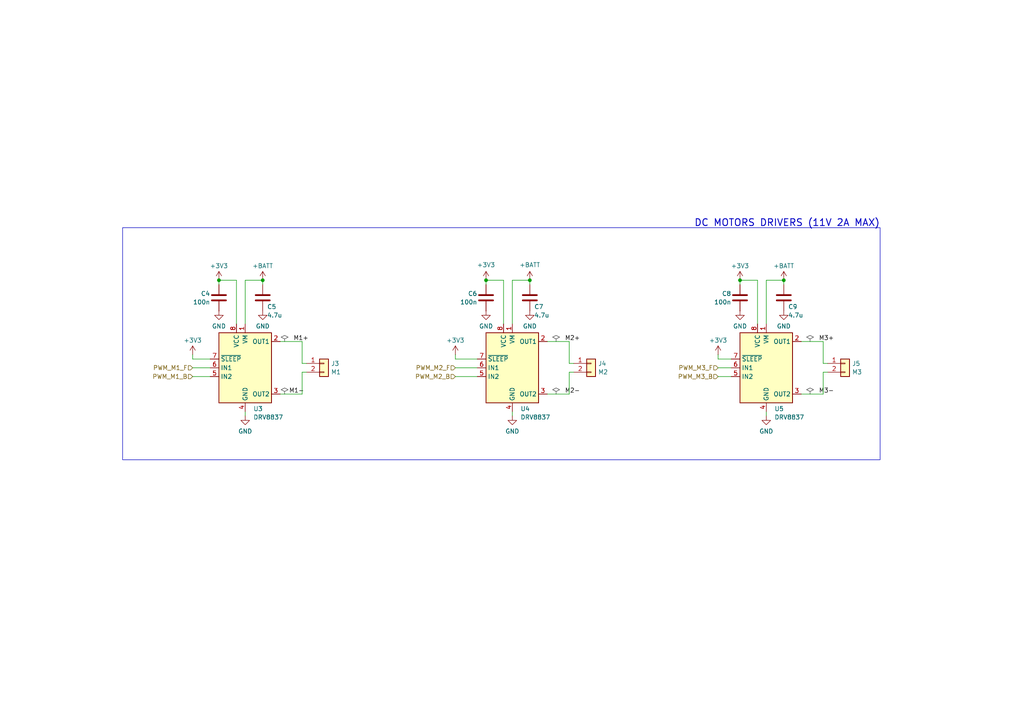
<source format=kicad_sch>
(kicad_sch
	(version 20250114)
	(generator "eeschema")
	(generator_version "9.0")
	(uuid "9b9fef97-8a68-498c-8ab7-d690fbe1632e")
	(paper "A4")
	(title_block
		(title "Ant Robot control board")
		(date "2025-05-05")
		(rev "2.0")
		(company "Filippo Castellan")
	)
	(lib_symbols
		(symbol "Connector_Generic:Conn_01x02"
			(pin_names
				(offset 1.016)
				(hide yes)
			)
			(exclude_from_sim no)
			(in_bom yes)
			(on_board yes)
			(property "Reference" "J"
				(at 0 2.54 0)
				(effects
					(font
						(size 1.27 1.27)
					)
				)
			)
			(property "Value" "Conn_01x02"
				(at 0 -5.08 0)
				(effects
					(font
						(size 1.27 1.27)
					)
				)
			)
			(property "Footprint" ""
				(at 0 0 0)
				(effects
					(font
						(size 1.27 1.27)
					)
					(hide yes)
				)
			)
			(property "Datasheet" "~"
				(at 0 0 0)
				(effects
					(font
						(size 1.27 1.27)
					)
					(hide yes)
				)
			)
			(property "Description" "Generic connector, single row, 01x02, script generated (kicad-library-utils/schlib/autogen/connector/)"
				(at 0 0 0)
				(effects
					(font
						(size 1.27 1.27)
					)
					(hide yes)
				)
			)
			(property "ki_keywords" "connector"
				(at 0 0 0)
				(effects
					(font
						(size 1.27 1.27)
					)
					(hide yes)
				)
			)
			(property "ki_fp_filters" "Connector*:*_1x??_*"
				(at 0 0 0)
				(effects
					(font
						(size 1.27 1.27)
					)
					(hide yes)
				)
			)
			(symbol "Conn_01x02_1_1"
				(rectangle
					(start -1.27 1.27)
					(end 1.27 -3.81)
					(stroke
						(width 0.254)
						(type default)
					)
					(fill
						(type background)
					)
				)
				(rectangle
					(start -1.27 0.127)
					(end 0 -0.127)
					(stroke
						(width 0.1524)
						(type default)
					)
					(fill
						(type none)
					)
				)
				(rectangle
					(start -1.27 -2.413)
					(end 0 -2.667)
					(stroke
						(width 0.1524)
						(type default)
					)
					(fill
						(type none)
					)
				)
				(pin passive line
					(at -5.08 0 0)
					(length 3.81)
					(name "Pin_1"
						(effects
							(font
								(size 1.27 1.27)
							)
						)
					)
					(number "1"
						(effects
							(font
								(size 1.27 1.27)
							)
						)
					)
				)
				(pin passive line
					(at -5.08 -2.54 0)
					(length 3.81)
					(name "Pin_2"
						(effects
							(font
								(size 1.27 1.27)
							)
						)
					)
					(number "2"
						(effects
							(font
								(size 1.27 1.27)
							)
						)
					)
				)
			)
			(embedded_fonts no)
		)
		(symbol "Device:C"
			(pin_numbers
				(hide yes)
			)
			(pin_names
				(offset 0.254)
			)
			(exclude_from_sim no)
			(in_bom yes)
			(on_board yes)
			(property "Reference" "C"
				(at 0.635 2.54 0)
				(effects
					(font
						(size 1.27 1.27)
					)
					(justify left)
				)
			)
			(property "Value" "C"
				(at 0.635 -2.54 0)
				(effects
					(font
						(size 1.27 1.27)
					)
					(justify left)
				)
			)
			(property "Footprint" ""
				(at 0.9652 -3.81 0)
				(effects
					(font
						(size 1.27 1.27)
					)
					(hide yes)
				)
			)
			(property "Datasheet" "~"
				(at 0 0 0)
				(effects
					(font
						(size 1.27 1.27)
					)
					(hide yes)
				)
			)
			(property "Description" "Unpolarized capacitor"
				(at 0 0 0)
				(effects
					(font
						(size 1.27 1.27)
					)
					(hide yes)
				)
			)
			(property "ki_keywords" "cap capacitor"
				(at 0 0 0)
				(effects
					(font
						(size 1.27 1.27)
					)
					(hide yes)
				)
			)
			(property "ki_fp_filters" "C_*"
				(at 0 0 0)
				(effects
					(font
						(size 1.27 1.27)
					)
					(hide yes)
				)
			)
			(symbol "C_0_1"
				(polyline
					(pts
						(xy -2.032 0.762) (xy 2.032 0.762)
					)
					(stroke
						(width 0.508)
						(type default)
					)
					(fill
						(type none)
					)
				)
				(polyline
					(pts
						(xy -2.032 -0.762) (xy 2.032 -0.762)
					)
					(stroke
						(width 0.508)
						(type default)
					)
					(fill
						(type none)
					)
				)
			)
			(symbol "C_1_1"
				(pin passive line
					(at 0 3.81 270)
					(length 2.794)
					(name "~"
						(effects
							(font
								(size 1.27 1.27)
							)
						)
					)
					(number "1"
						(effects
							(font
								(size 1.27 1.27)
							)
						)
					)
				)
				(pin passive line
					(at 0 -3.81 90)
					(length 2.794)
					(name "~"
						(effects
							(font
								(size 1.27 1.27)
							)
						)
					)
					(number "2"
						(effects
							(font
								(size 1.27 1.27)
							)
						)
					)
				)
			)
			(embedded_fonts no)
		)
		(symbol "Driver_Motor:DRV8837"
			(exclude_from_sim no)
			(in_bom yes)
			(on_board yes)
			(property "Reference" "U"
				(at 6.35 11.43 0)
				(effects
					(font
						(size 1.27 1.27)
					)
				)
			)
			(property "Value" "DRV8837"
				(at -10.16 11.43 0)
				(effects
					(font
						(size 1.27 1.27)
					)
				)
			)
			(property "Footprint" "Package_SON:WSON-8-1EP_2x2mm_P0.5mm_EP0.9x1.6mm"
				(at 0 -21.59 0)
				(effects
					(font
						(size 1.27 1.27)
					)
					(hide yes)
				)
			)
			(property "Datasheet" "http://www.ti.com/lit/ds/symlink/drv8837.pdf"
				(at 0 0 0)
				(effects
					(font
						(size 1.27 1.27)
					)
					(hide yes)
				)
			)
			(property "Description" "H-Bridge driver, 1.8A, Low Voltage, PWM input, WSON-8"
				(at 0 0 0)
				(effects
					(font
						(size 1.27 1.27)
					)
					(hide yes)
				)
			)
			(property "ki_keywords" "half bridge driver"
				(at 0 0 0)
				(effects
					(font
						(size 1.27 1.27)
					)
					(hide yes)
				)
			)
			(property "ki_fp_filters" "WSON*1EP*2x2mm*P0.5mm*"
				(at 0 0 0)
				(effects
					(font
						(size 1.27 1.27)
					)
					(hide yes)
				)
			)
			(symbol "DRV8837_0_1"
				(rectangle
					(start -7.62 10.16)
					(end 7.62 -10.16)
					(stroke
						(width 0.254)
						(type default)
					)
					(fill
						(type background)
					)
				)
			)
			(symbol "DRV8837_1_1"
				(pin input line
					(at -10.16 2.54 0)
					(length 2.54)
					(name "~{SLEEP}"
						(effects
							(font
								(size 1.27 1.27)
							)
						)
					)
					(number "7"
						(effects
							(font
								(size 1.27 1.27)
							)
						)
					)
				)
				(pin input line
					(at -10.16 0 0)
					(length 2.54)
					(name "IN1"
						(effects
							(font
								(size 1.27 1.27)
							)
						)
					)
					(number "6"
						(effects
							(font
								(size 1.27 1.27)
							)
						)
					)
				)
				(pin input line
					(at -10.16 -2.54 0)
					(length 2.54)
					(name "IN2"
						(effects
							(font
								(size 1.27 1.27)
							)
						)
					)
					(number "5"
						(effects
							(font
								(size 1.27 1.27)
							)
						)
					)
				)
				(pin power_in line
					(at -2.54 12.7 270)
					(length 2.54)
					(name "VCC"
						(effects
							(font
								(size 1.27 1.27)
							)
						)
					)
					(number "8"
						(effects
							(font
								(size 1.27 1.27)
							)
						)
					)
				)
				(pin power_in line
					(at 0 12.7 270)
					(length 2.54)
					(name "VM"
						(effects
							(font
								(size 1.27 1.27)
							)
						)
					)
					(number "1"
						(effects
							(font
								(size 1.27 1.27)
							)
						)
					)
				)
				(pin power_in line
					(at 0 -12.7 90)
					(length 2.54)
					(name "GND"
						(effects
							(font
								(size 1.27 1.27)
							)
						)
					)
					(number "4"
						(effects
							(font
								(size 1.27 1.27)
							)
						)
					)
				)
				(pin passive line
					(at 0 -12.7 90)
					(length 2.54)
					(hide yes)
					(name "GND"
						(effects
							(font
								(size 1.27 1.27)
							)
						)
					)
					(number "9"
						(effects
							(font
								(size 1.27 1.27)
							)
						)
					)
				)
				(pin output line
					(at 10.16 7.62 180)
					(length 2.54)
					(name "OUT1"
						(effects
							(font
								(size 1.27 1.27)
							)
						)
					)
					(number "2"
						(effects
							(font
								(size 1.27 1.27)
							)
						)
					)
				)
				(pin output line
					(at 10.16 -7.62 180)
					(length 2.54)
					(name "OUT2"
						(effects
							(font
								(size 1.27 1.27)
							)
						)
					)
					(number "3"
						(effects
							(font
								(size 1.27 1.27)
							)
						)
					)
				)
			)
			(embedded_fonts no)
		)
		(symbol "power:+3V3"
			(power)
			(pin_numbers
				(hide yes)
			)
			(pin_names
				(offset 0)
				(hide yes)
			)
			(exclude_from_sim no)
			(in_bom yes)
			(on_board yes)
			(property "Reference" "#PWR"
				(at 0 -3.81 0)
				(effects
					(font
						(size 1.27 1.27)
					)
					(hide yes)
				)
			)
			(property "Value" "+3V3"
				(at 0 3.556 0)
				(effects
					(font
						(size 1.27 1.27)
					)
				)
			)
			(property "Footprint" ""
				(at 0 0 0)
				(effects
					(font
						(size 1.27 1.27)
					)
					(hide yes)
				)
			)
			(property "Datasheet" ""
				(at 0 0 0)
				(effects
					(font
						(size 1.27 1.27)
					)
					(hide yes)
				)
			)
			(property "Description" "Power symbol creates a global label with name \"+3V3\""
				(at 0 0 0)
				(effects
					(font
						(size 1.27 1.27)
					)
					(hide yes)
				)
			)
			(property "ki_keywords" "global power"
				(at 0 0 0)
				(effects
					(font
						(size 1.27 1.27)
					)
					(hide yes)
				)
			)
			(symbol "+3V3_0_1"
				(polyline
					(pts
						(xy -0.762 1.27) (xy 0 2.54)
					)
					(stroke
						(width 0)
						(type default)
					)
					(fill
						(type none)
					)
				)
				(polyline
					(pts
						(xy 0 2.54) (xy 0.762 1.27)
					)
					(stroke
						(width 0)
						(type default)
					)
					(fill
						(type none)
					)
				)
				(polyline
					(pts
						(xy 0 0) (xy 0 2.54)
					)
					(stroke
						(width 0)
						(type default)
					)
					(fill
						(type none)
					)
				)
			)
			(symbol "+3V3_1_1"
				(pin power_in line
					(at 0 0 90)
					(length 0)
					(name "~"
						(effects
							(font
								(size 1.27 1.27)
							)
						)
					)
					(number "1"
						(effects
							(font
								(size 1.27 1.27)
							)
						)
					)
				)
			)
			(embedded_fonts no)
		)
		(symbol "power:+BATT"
			(power)
			(pin_numbers
				(hide yes)
			)
			(pin_names
				(offset 0)
				(hide yes)
			)
			(exclude_from_sim no)
			(in_bom yes)
			(on_board yes)
			(property "Reference" "#PWR"
				(at 0 -3.81 0)
				(effects
					(font
						(size 1.27 1.27)
					)
					(hide yes)
				)
			)
			(property "Value" "+BATT"
				(at 0 3.556 0)
				(effects
					(font
						(size 1.27 1.27)
					)
				)
			)
			(property "Footprint" ""
				(at 0 0 0)
				(effects
					(font
						(size 1.27 1.27)
					)
					(hide yes)
				)
			)
			(property "Datasheet" ""
				(at 0 0 0)
				(effects
					(font
						(size 1.27 1.27)
					)
					(hide yes)
				)
			)
			(property "Description" "Power symbol creates a global label with name \"+BATT\""
				(at 0 0 0)
				(effects
					(font
						(size 1.27 1.27)
					)
					(hide yes)
				)
			)
			(property "ki_keywords" "global power battery"
				(at 0 0 0)
				(effects
					(font
						(size 1.27 1.27)
					)
					(hide yes)
				)
			)
			(symbol "+BATT_0_1"
				(polyline
					(pts
						(xy -0.762 1.27) (xy 0 2.54)
					)
					(stroke
						(width 0)
						(type default)
					)
					(fill
						(type none)
					)
				)
				(polyline
					(pts
						(xy 0 2.54) (xy 0.762 1.27)
					)
					(stroke
						(width 0)
						(type default)
					)
					(fill
						(type none)
					)
				)
				(polyline
					(pts
						(xy 0 0) (xy 0 2.54)
					)
					(stroke
						(width 0)
						(type default)
					)
					(fill
						(type none)
					)
				)
			)
			(symbol "+BATT_1_1"
				(pin power_in line
					(at 0 0 90)
					(length 0)
					(name "~"
						(effects
							(font
								(size 1.27 1.27)
							)
						)
					)
					(number "1"
						(effects
							(font
								(size 1.27 1.27)
							)
						)
					)
				)
			)
			(embedded_fonts no)
		)
		(symbol "power:GND"
			(power)
			(pin_numbers
				(hide yes)
			)
			(pin_names
				(offset 0)
				(hide yes)
			)
			(exclude_from_sim no)
			(in_bom yes)
			(on_board yes)
			(property "Reference" "#PWR"
				(at 0 -6.35 0)
				(effects
					(font
						(size 1.27 1.27)
					)
					(hide yes)
				)
			)
			(property "Value" "GND"
				(at 0 -3.81 0)
				(effects
					(font
						(size 1.27 1.27)
					)
				)
			)
			(property "Footprint" ""
				(at 0 0 0)
				(effects
					(font
						(size 1.27 1.27)
					)
					(hide yes)
				)
			)
			(property "Datasheet" ""
				(at 0 0 0)
				(effects
					(font
						(size 1.27 1.27)
					)
					(hide yes)
				)
			)
			(property "Description" "Power symbol creates a global label with name \"GND\" , ground"
				(at 0 0 0)
				(effects
					(font
						(size 1.27 1.27)
					)
					(hide yes)
				)
			)
			(property "ki_keywords" "global power"
				(at 0 0 0)
				(effects
					(font
						(size 1.27 1.27)
					)
					(hide yes)
				)
			)
			(symbol "GND_0_1"
				(polyline
					(pts
						(xy 0 0) (xy 0 -1.27) (xy 1.27 -1.27) (xy 0 -2.54) (xy -1.27 -1.27) (xy 0 -1.27)
					)
					(stroke
						(width 0)
						(type default)
					)
					(fill
						(type none)
					)
				)
			)
			(symbol "GND_1_1"
				(pin power_in line
					(at 0 0 270)
					(length 0)
					(name "~"
						(effects
							(font
								(size 1.27 1.27)
							)
						)
					)
					(number "1"
						(effects
							(font
								(size 1.27 1.27)
							)
						)
					)
				)
			)
			(embedded_fonts no)
		)
	)
	(rectangle
		(start 35.56 66.04)
		(end 255.27 133.35)
		(stroke
			(width 0)
			(type default)
		)
		(fill
			(type none)
		)
		(uuid 1fcbfaa0-4183-4ca6-9d53-956dd9f88c2a)
	)
	(text "DC MOTORS DRIVERS (11V 2A MAX)"
		(exclude_from_sim no)
		(at 255.27 64.77 0)
		(effects
			(font
				(size 2 2)
				(thickness 0.254)
				(bold yes)
			)
			(justify right)
		)
		(uuid "f6b73229-7ded-4359-b5f2-d15a5271fcc9")
	)
	(junction
		(at 63.5 81.28)
		(diameter 0)
		(color 0 0 0 0)
		(uuid "128c0116-f9a9-4d1c-84d3-79b15a08ac45")
	)
	(junction
		(at 140.97 81.28)
		(diameter 0)
		(color 0 0 0 0)
		(uuid "3fb3d899-6407-4ea6-a142-55a61776fcd8")
	)
	(junction
		(at 153.67 81.28)
		(diameter 0)
		(color 0 0 0 0)
		(uuid "6246b52e-95a8-4d00-b6c7-d686f9a1db7d")
	)
	(junction
		(at 76.2 81.28)
		(diameter 0)
		(color 0 0 0 0)
		(uuid "773dc1de-0a59-4385-884e-a20803f210af")
	)
	(junction
		(at 227.33 81.28)
		(diameter 0)
		(color 0 0 0 0)
		(uuid "91ea9a40-a9db-4940-9178-a39ef6116208")
	)
	(junction
		(at 214.63 81.28)
		(diameter 0)
		(color 0 0 0 0)
		(uuid "e563832e-b999-4057-8f60-5bf2272c1022")
	)
	(wire
		(pts
			(xy 222.25 119.38) (xy 222.25 120.65)
		)
		(stroke
			(width 0)
			(type default)
		)
		(uuid "045239c7-65eb-436c-82d7-e411cfd99b5b")
	)
	(wire
		(pts
			(xy 146.05 81.28) (xy 140.97 81.28)
		)
		(stroke
			(width 0)
			(type default)
		)
		(uuid "0a2ca46b-a4e5-44be-94b0-6df0761c6652")
	)
	(wire
		(pts
			(xy 153.67 81.28) (xy 148.59 81.28)
		)
		(stroke
			(width 0)
			(type default)
		)
		(uuid "0db034ad-f9b0-47e8-9839-f4d1a4a89cc4")
	)
	(wire
		(pts
			(xy 158.75 114.3) (xy 165.1 114.3)
		)
		(stroke
			(width 0)
			(type default)
		)
		(uuid "0f66f2e1-66cb-4d9d-974a-5dc90cf1e132")
	)
	(wire
		(pts
			(xy 208.28 109.22) (xy 212.09 109.22)
		)
		(stroke
			(width 0)
			(type default)
		)
		(uuid "15af2366-cffd-435b-97df-748344fdb427")
	)
	(wire
		(pts
			(xy 158.75 99.06) (xy 165.1 99.06)
		)
		(stroke
			(width 0)
			(type default)
		)
		(uuid "1693b254-6bc6-4d40-881f-21538b7aafc9")
	)
	(wire
		(pts
			(xy 148.59 81.28) (xy 148.59 93.98)
		)
		(stroke
			(width 0)
			(type default)
		)
		(uuid "1c825311-bea8-48ec-a2ae-f60e730d42f8")
	)
	(wire
		(pts
			(xy 71.12 119.38) (xy 71.12 120.65)
		)
		(stroke
			(width 0)
			(type default)
		)
		(uuid "271502d9-d8a0-4c15-abb7-b88efb3a4ef3")
	)
	(wire
		(pts
			(xy 232.41 99.06) (xy 238.76 99.06)
		)
		(stroke
			(width 0)
			(type default)
		)
		(uuid "30a37216-33db-4ece-a859-ac7e1f2c4989")
	)
	(wire
		(pts
			(xy 146.05 93.98) (xy 146.05 81.28)
		)
		(stroke
			(width 0)
			(type default)
		)
		(uuid "3794175d-9030-4a2e-b1e1-d8fa6098fba8")
	)
	(wire
		(pts
			(xy 81.28 99.06) (xy 87.63 99.06)
		)
		(stroke
			(width 0)
			(type default)
		)
		(uuid "3d5bbbbd-6293-47cb-9520-21261e231045")
	)
	(wire
		(pts
			(xy 208.28 106.68) (xy 212.09 106.68)
		)
		(stroke
			(width 0)
			(type default)
		)
		(uuid "4078774c-adc6-4923-91f1-2bd18a2b754f")
	)
	(wire
		(pts
			(xy 76.2 81.28) (xy 71.12 81.28)
		)
		(stroke
			(width 0)
			(type default)
		)
		(uuid "4c522061-f41e-44e5-ba9c-9f48f4375e54")
	)
	(wire
		(pts
			(xy 165.1 105.41) (xy 166.37 105.41)
		)
		(stroke
			(width 0)
			(type default)
		)
		(uuid "4eed3104-d716-4b8e-bca1-76c4167db3b1")
	)
	(wire
		(pts
			(xy 81.28 114.3) (xy 87.63 114.3)
		)
		(stroke
			(width 0)
			(type default)
		)
		(uuid "55cca865-c17b-4f2c-8656-5b3622f07c9f")
	)
	(wire
		(pts
			(xy 208.28 104.14) (xy 212.09 104.14)
		)
		(stroke
			(width 0)
			(type default)
		)
		(uuid "56843e6f-05e6-4bfb-a37e-6d7fcb422723")
	)
	(wire
		(pts
			(xy 140.97 81.28) (xy 140.97 82.55)
		)
		(stroke
			(width 0)
			(type default)
		)
		(uuid "573eb63b-9ea4-43fb-ad9f-009bf6e924d4")
	)
	(wire
		(pts
			(xy 227.33 81.28) (xy 227.33 82.55)
		)
		(stroke
			(width 0)
			(type default)
		)
		(uuid "5a3b542f-b737-4cd6-be1c-2d438b9943ad")
	)
	(wire
		(pts
			(xy 165.1 99.06) (xy 165.1 105.41)
		)
		(stroke
			(width 0)
			(type default)
		)
		(uuid "5de20a07-6ea6-4f38-8137-fdfcc86d911d")
	)
	(wire
		(pts
			(xy 132.08 104.14) (xy 138.43 104.14)
		)
		(stroke
			(width 0)
			(type default)
		)
		(uuid "6005a9bf-2b3e-4f70-9bb2-1d4a133ac20d")
	)
	(wire
		(pts
			(xy 208.28 102.87) (xy 208.28 104.14)
		)
		(stroke
			(width 0)
			(type default)
		)
		(uuid "65ef1c03-a1e2-4cd4-9f19-8417f76bfb96")
	)
	(wire
		(pts
			(xy 87.63 107.95) (xy 87.63 114.3)
		)
		(stroke
			(width 0)
			(type default)
		)
		(uuid "74366c18-022a-4cf9-9c34-47dc77ed6c1b")
	)
	(wire
		(pts
			(xy 240.03 107.95) (xy 238.76 107.95)
		)
		(stroke
			(width 0)
			(type default)
		)
		(uuid "7c0bd7de-4dce-4eb6-98a0-8893cbac7956")
	)
	(wire
		(pts
			(xy 214.63 81.28) (xy 214.63 82.55)
		)
		(stroke
			(width 0)
			(type default)
		)
		(uuid "8a72f758-b3d3-48d0-a89a-a344b9b52092")
	)
	(wire
		(pts
			(xy 87.63 105.41) (xy 88.9 105.41)
		)
		(stroke
			(width 0)
			(type default)
		)
		(uuid "8d5c6c49-d283-4d14-8e93-58a50850ee6a")
	)
	(wire
		(pts
			(xy 232.41 114.3) (xy 238.76 114.3)
		)
		(stroke
			(width 0)
			(type default)
		)
		(uuid "8ddcd6c9-186c-4715-b291-2d8958f3265f")
	)
	(wire
		(pts
			(xy 238.76 99.06) (xy 238.76 105.41)
		)
		(stroke
			(width 0)
			(type default)
		)
		(uuid "8e14919d-672a-4a98-a1ce-f5311261806d")
	)
	(wire
		(pts
			(xy 76.2 81.28) (xy 76.2 82.55)
		)
		(stroke
			(width 0)
			(type default)
		)
		(uuid "9304fc57-ca53-4d5a-a304-d48404452137")
	)
	(wire
		(pts
			(xy 227.33 81.28) (xy 222.25 81.28)
		)
		(stroke
			(width 0)
			(type default)
		)
		(uuid "962986f0-fc68-477d-9614-f86fe8188fb6")
	)
	(wire
		(pts
			(xy 88.9 107.95) (xy 87.63 107.95)
		)
		(stroke
			(width 0)
			(type default)
		)
		(uuid "a78725e3-9eee-43a9-ab7a-52fca3c59824")
	)
	(wire
		(pts
			(xy 55.88 102.87) (xy 55.88 104.14)
		)
		(stroke
			(width 0)
			(type default)
		)
		(uuid "ac533bb8-79cf-4c13-aa05-077a3a35089f")
	)
	(wire
		(pts
			(xy 71.12 81.28) (xy 71.12 93.98)
		)
		(stroke
			(width 0)
			(type default)
		)
		(uuid "ae5b6f03-1f77-436e-9471-84ab083d8c92")
	)
	(wire
		(pts
			(xy 238.76 107.95) (xy 238.76 114.3)
		)
		(stroke
			(width 0)
			(type default)
		)
		(uuid "af14caff-89d3-47a9-995c-7ca9e6970fa4")
	)
	(wire
		(pts
			(xy 55.88 106.68) (xy 60.96 106.68)
		)
		(stroke
			(width 0)
			(type default)
		)
		(uuid "b718214b-6a4f-4eb9-8797-d96704b9dc38")
	)
	(wire
		(pts
			(xy 148.59 119.38) (xy 148.59 120.65)
		)
		(stroke
			(width 0)
			(type default)
		)
		(uuid "b85e3f0d-387c-4bb0-ad60-5311d75430d2")
	)
	(wire
		(pts
			(xy 238.76 105.41) (xy 240.03 105.41)
		)
		(stroke
			(width 0)
			(type default)
		)
		(uuid "b9b5dbbd-a136-4648-8ffa-d0dcd8c4a603")
	)
	(wire
		(pts
			(xy 68.58 93.98) (xy 68.58 81.28)
		)
		(stroke
			(width 0)
			(type default)
		)
		(uuid "ba8f5563-7f82-4cd1-a77b-0ce23d7f615b")
	)
	(wire
		(pts
			(xy 219.71 93.98) (xy 219.71 81.28)
		)
		(stroke
			(width 0)
			(type default)
		)
		(uuid "bc659528-ad55-4e78-bbf3-028a2679d472")
	)
	(wire
		(pts
			(xy 55.88 109.22) (xy 60.96 109.22)
		)
		(stroke
			(width 0)
			(type default)
		)
		(uuid "bcb4823a-b85b-4646-b2af-1970c4b37d72")
	)
	(wire
		(pts
			(xy 165.1 107.95) (xy 165.1 114.3)
		)
		(stroke
			(width 0)
			(type default)
		)
		(uuid "c323f5a2-4f21-4c26-a7e1-1085804b97cf")
	)
	(wire
		(pts
			(xy 55.88 104.14) (xy 60.96 104.14)
		)
		(stroke
			(width 0)
			(type default)
		)
		(uuid "ca5811c9-efef-41b7-af09-8b1c4fc4db4a")
	)
	(wire
		(pts
			(xy 222.25 81.28) (xy 222.25 93.98)
		)
		(stroke
			(width 0)
			(type default)
		)
		(uuid "ca7de2fd-d25e-4ed6-a064-ec4d6c99be6a")
	)
	(wire
		(pts
			(xy 219.71 81.28) (xy 214.63 81.28)
		)
		(stroke
			(width 0)
			(type default)
		)
		(uuid "d75b2a4d-96d8-4f1f-b4fb-74d1d26a9ee4")
	)
	(wire
		(pts
			(xy 87.63 99.06) (xy 87.63 105.41)
		)
		(stroke
			(width 0)
			(type default)
		)
		(uuid "dcb01105-b9b0-4498-9316-0c20f8c645d7")
	)
	(wire
		(pts
			(xy 132.08 106.68) (xy 138.43 106.68)
		)
		(stroke
			(width 0)
			(type default)
		)
		(uuid "dcf20e75-a3d8-45c2-92b2-338e46a5aaad")
	)
	(wire
		(pts
			(xy 68.58 81.28) (xy 63.5 81.28)
		)
		(stroke
			(width 0)
			(type default)
		)
		(uuid "dd66f998-e6a6-40dc-b85d-9291d0bb7127")
	)
	(wire
		(pts
			(xy 153.67 81.28) (xy 153.67 82.55)
		)
		(stroke
			(width 0)
			(type default)
		)
		(uuid "df0cd776-de5e-417f-b67d-361506b683e3")
	)
	(wire
		(pts
			(xy 132.08 109.22) (xy 138.43 109.22)
		)
		(stroke
			(width 0)
			(type default)
		)
		(uuid "e39e6f73-ed0d-4040-b698-51241a7cfa0f")
	)
	(wire
		(pts
			(xy 166.37 107.95) (xy 165.1 107.95)
		)
		(stroke
			(width 0)
			(type default)
		)
		(uuid "f46caa10-1149-487f-8426-631c10bb62d8")
	)
	(wire
		(pts
			(xy 63.5 81.28) (xy 63.5 82.55)
		)
		(stroke
			(width 0)
			(type default)
		)
		(uuid "f957a5e0-f433-4dce-9fff-a9fd4b4464aa")
	)
	(wire
		(pts
			(xy 132.08 102.87) (xy 132.08 104.14)
		)
		(stroke
			(width 0)
			(type default)
		)
		(uuid "fdbf962b-84f0-46c4-a67e-8c369f0f6acd")
	)
	(label "M3-"
		(at 237.49 114.3 0)
		(effects
			(font
				(size 1.27 1.27)
			)
			(justify left bottom)
		)
		(uuid "3a9fe76e-f82d-4858-a6ec-ca9a80638f44")
	)
	(label "M2-"
		(at 163.83 114.3 0)
		(effects
			(font
				(size 1.27 1.27)
			)
			(justify left bottom)
		)
		(uuid "650c8562-c408-4171-bccd-3676496d31f9")
	)
	(label "M1+"
		(at 85.09 99.06 0)
		(effects
			(font
				(size 1.27 1.27)
			)
			(justify left bottom)
		)
		(uuid "945550da-e79a-4f9a-89dd-198bbbb5003b")
	)
	(label "M1-"
		(at 83.82 114.3 0)
		(effects
			(font
				(size 1.27 1.27)
			)
			(justify left bottom)
		)
		(uuid "debaf75b-9ed5-4440-b926-533fbe3710d2")
	)
	(label "M3+"
		(at 237.49 99.06 0)
		(effects
			(font
				(size 1.27 1.27)
			)
			(justify left bottom)
		)
		(uuid "f1d3c521-6ef6-400e-acc9-252bbd2a0c80")
	)
	(label "M2+"
		(at 163.83 99.06 0)
		(effects
			(font
				(size 1.27 1.27)
			)
			(justify left bottom)
		)
		(uuid "f9d5a8d8-e125-40f4-936c-38e50a0f5320")
	)
	(hierarchical_label "PWM_M3_F"
		(shape input)
		(at 208.28 106.68 180)
		(effects
			(font
				(size 1.27 1.27)
			)
			(justify right)
		)
		(uuid "11e41083-f238-43f1-89e5-43929e8508b6")
	)
	(hierarchical_label "PWM_M1_B"
		(shape input)
		(at 55.88 109.22 180)
		(effects
			(font
				(size 1.27 1.27)
			)
			(justify right)
		)
		(uuid "17b4aa86-c096-4712-8173-6f18fb2ddaed")
	)
	(hierarchical_label "PWM_M2_B"
		(shape input)
		(at 132.08 109.22 180)
		(effects
			(font
				(size 1.27 1.27)
			)
			(justify right)
		)
		(uuid "1befc263-a798-457b-bc89-e10d7eb54ccd")
	)
	(hierarchical_label "PWM_M2_F"
		(shape input)
		(at 132.08 106.68 180)
		(effects
			(font
				(size 1.27 1.27)
			)
			(justify right)
		)
		(uuid "3be22527-fcd1-491b-8d11-c1972d2578bb")
	)
	(hierarchical_label "PWM_M1_F"
		(shape input)
		(at 55.88 106.68 180)
		(effects
			(font
				(size 1.27 1.27)
			)
			(justify right)
		)
		(uuid "dc71f0c8-fd0e-46bc-9547-f4933097089f")
	)
	(hierarchical_label "PWM_M3_B"
		(shape input)
		(at 208.28 109.22 180)
		(effects
			(font
				(size 1.27 1.27)
			)
			(justify right)
		)
		(uuid "ed46b55e-aecb-4894-95aa-7eaf04e5ed8d")
	)
	(netclass_flag ""
		(length 1.27)
		(shape diamond)
		(at 82.55 114.3 0)
		(fields_autoplaced yes)
		(effects
			(font
				(size 1.27 1.27)
			)
			(justify left bottom)
		)
		(uuid "185eb451-1741-4bed-a7e9-4a3e489a4a8c")
		(property "Netclass" "Power"
			(at 83.7565 113.03 0)
			(effects
				(font
					(size 1.27 1.27)
					(italic yes)
				)
				(justify left)
				(hide yes)
			)
		)
	)
	(netclass_flag ""
		(length 1.27)
		(shape diamond)
		(at 234.95 114.3 0)
		(fields_autoplaced yes)
		(effects
			(font
				(size 1.27 1.27)
			)
			(justify left bottom)
		)
		(uuid "1f900cea-e272-4d8f-859e-56ac56ca806c")
		(property "Netclass" "Power"
			(at 236.1565 113.03 0)
			(effects
				(font
					(size 1.27 1.27)
					(italic yes)
				)
				(justify left)
				(hide yes)
			)
		)
	)
	(netclass_flag ""
		(length 1.27)
		(shape diamond)
		(at 234.95 99.06 0)
		(fields_autoplaced yes)
		(effects
			(font
				(size 1.27 1.27)
			)
			(justify left bottom)
		)
		(uuid "6d39c119-a309-442c-a5d6-ceef4aa16fab")
		(property "Netclass" "Power"
			(at 236.1565 97.79 0)
			(effects
				(font
					(size 1.27 1.27)
					(italic yes)
				)
				(justify left)
				(hide yes)
			)
		)
	)
	(netclass_flag ""
		(length 1.27)
		(shape diamond)
		(at 161.29 99.06 0)
		(fields_autoplaced yes)
		(effects
			(font
				(size 1.27 1.27)
			)
			(justify left bottom)
		)
		(uuid "812841be-b286-47f1-a01b-13922fe0adbb")
		(property "Netclass" "Power"
			(at 162.4965 97.79 0)
			(effects
				(font
					(size 1.27 1.27)
					(italic yes)
				)
				(justify left)
				(hide yes)
			)
		)
	)
	(netclass_flag ""
		(length 1.27)
		(shape diamond)
		(at 82.55 99.06 0)
		(fields_autoplaced yes)
		(effects
			(font
				(size 1.27 1.27)
			)
			(justify left bottom)
		)
		(uuid "97465eb1-b480-469b-9b0a-ca7cc0a2d110")
		(property "Netclass" "Power"
			(at 83.7565 97.79 0)
			(effects
				(font
					(size 1.27 1.27)
					(italic yes)
				)
				(justify left)
				(hide yes)
			)
		)
	)
	(netclass_flag ""
		(length 1.27)
		(shape diamond)
		(at 161.29 114.3 0)
		(fields_autoplaced yes)
		(effects
			(font
				(size 1.27 1.27)
			)
			(justify left bottom)
		)
		(uuid "ac9f6c69-5f50-4541-bbdd-92d0dfecd9d4")
		(property "Netclass" "Power"
			(at 162.4965 113.03 0)
			(effects
				(font
					(size 1.27 1.27)
					(italic yes)
				)
				(justify left)
				(hide yes)
			)
		)
	)
	(symbol
		(lib_id "Connector_Generic:Conn_01x02")
		(at 93.98 105.41 0)
		(unit 1)
		(exclude_from_sim no)
		(in_bom no)
		(on_board yes)
		(dnp no)
		(fields_autoplaced yes)
		(uuid "02f02015-86a5-47c0-9b47-3fdb84fa18a9")
		(property "Reference" "J3"
			(at 96.012 105.4473 0)
			(effects
				(font
					(size 1.27 1.27)
				)
				(justify left)
			)
		)
		(property "Value" "M1"
			(at 96.012 107.9127 0)
			(effects
				(font
					(size 1.27 1.27)
				)
				(justify left)
			)
		)
		(property "Footprint" "_MY_connectors:Pad 02x01"
			(at 93.98 105.41 0)
			(effects
				(font
					(size 1.27 1.27)
				)
				(hide yes)
			)
		)
		(property "Datasheet" "~"
			(at 93.98 105.41 0)
			(effects
				(font
					(size 1.27 1.27)
				)
				(hide yes)
			)
		)
		(property "Description" "Generic connector, single row, 01x02, script generated (kicad-library-utils/schlib/autogen/connector/)"
			(at 93.98 105.41 0)
			(effects
				(font
					(size 1.27 1.27)
				)
				(hide yes)
			)
		)
		(pin "1"
			(uuid "1f4d51a1-8b49-4372-ba35-79aabc32bd96")
		)
		(pin "2"
			(uuid "a0b62ec7-ba65-4512-b091-7e3e32d7a725")
		)
		(instances
			(project "ant control board v2"
				(path "/53484dc5-354c-4967-b00e-d73de62a4245/2083c233-894c-4f0a-95b8-f8c633812d77"
					(reference "J3")
					(unit 1)
				)
			)
		)
	)
	(symbol
		(lib_id "Connector_Generic:Conn_01x02")
		(at 245.11 105.41 0)
		(unit 1)
		(exclude_from_sim no)
		(in_bom no)
		(on_board yes)
		(dnp no)
		(fields_autoplaced yes)
		(uuid "0c1f76ff-d24b-4b26-9db2-5a246a898e16")
		(property "Reference" "J5"
			(at 247.142 105.4473 0)
			(effects
				(font
					(size 1.27 1.27)
				)
				(justify left)
			)
		)
		(property "Value" "M3"
			(at 247.142 107.9127 0)
			(effects
				(font
					(size 1.27 1.27)
				)
				(justify left)
			)
		)
		(property "Footprint" "_MY_connectors:Pad 02x01"
			(at 245.11 105.41 0)
			(effects
				(font
					(size 1.27 1.27)
				)
				(hide yes)
			)
		)
		(property "Datasheet" "~"
			(at 245.11 105.41 0)
			(effects
				(font
					(size 1.27 1.27)
				)
				(hide yes)
			)
		)
		(property "Description" "Generic connector, single row, 01x02, script generated (kicad-library-utils/schlib/autogen/connector/)"
			(at 245.11 105.41 0)
			(effects
				(font
					(size 1.27 1.27)
				)
				(hide yes)
			)
		)
		(pin "1"
			(uuid "6c8d625c-1f3a-4e01-8ba7-83f8d696ba1b")
		)
		(pin "2"
			(uuid "edb57f6d-97d8-45e9-a96c-f09735c23489")
		)
		(instances
			(project "ant control board v2"
				(path "/53484dc5-354c-4967-b00e-d73de62a4245/2083c233-894c-4f0a-95b8-f8c633812d77"
					(reference "J5")
					(unit 1)
				)
			)
		)
	)
	(symbol
		(lib_id "Device:C")
		(at 214.63 86.36 0)
		(mirror y)
		(unit 1)
		(exclude_from_sim no)
		(in_bom yes)
		(on_board yes)
		(dnp no)
		(uuid "1524dd9d-b287-4f0a-803d-5e01aeb7740c")
		(property "Reference" "C8"
			(at 212.09 85.1646 0)
			(effects
				(font
					(size 1.27 1.27)
				)
				(justify left)
			)
		)
		(property "Value" "100n"
			(at 212.09 87.63 0)
			(effects
				(font
					(size 1.27 1.27)
				)
				(justify left)
			)
		)
		(property "Footprint" "Capacitor_SMD:C_0603_1608Metric"
			(at 213.6648 90.17 0)
			(effects
				(font
					(size 1.27 1.27)
				)
				(hide yes)
			)
		)
		(property "Datasheet" "~"
			(at 214.63 86.36 0)
			(effects
				(font
					(size 1.27 1.27)
				)
				(hide yes)
			)
		)
		(property "Description" "Unpolarized capacitor"
			(at 214.63 86.36 0)
			(effects
				(font
					(size 1.27 1.27)
				)
				(hide yes)
			)
		)
		(property "LCSC" " C282519"
			(at 214.63 86.36 0)
			(effects
				(font
					(size 1.27 1.27)
				)
				(hide yes)
			)
		)
		(pin "1"
			(uuid "d47141f4-e46f-48e3-84ad-e929144de996")
		)
		(pin "2"
			(uuid "9364848e-b614-4ab6-bf64-93db05bb098f")
		)
		(instances
			(project "ant control board v2"
				(path "/53484dc5-354c-4967-b00e-d73de62a4245/2083c233-894c-4f0a-95b8-f8c633812d77"
					(reference "C8")
					(unit 1)
				)
			)
		)
	)
	(symbol
		(lib_id "Driver_Motor:DRV8837")
		(at 222.25 106.68 0)
		(unit 1)
		(exclude_from_sim no)
		(in_bom yes)
		(on_board yes)
		(dnp no)
		(fields_autoplaced yes)
		(uuid "180dec0d-cdc0-4ec0-a766-84465dea0a99")
		(property "Reference" "U5"
			(at 224.6032 118.5708 0)
			(effects
				(font
					(size 1.27 1.27)
				)
				(justify left)
			)
		)
		(property "Value" "DRV8837"
			(at 224.6032 121.0164 0)
			(effects
				(font
					(size 1.27 1.27)
				)
				(justify left)
			)
		)
		(property "Footprint" "Package_SON:WSON-8-1EP_2x2mm_P0.5mm_EP0.9x1.6mm"
			(at 222.25 128.27 0)
			(effects
				(font
					(size 1.27 1.27)
				)
				(hide yes)
			)
		)
		(property "Datasheet" "http://www.ti.com/lit/ds/symlink/drv8837.pdf"
			(at 222.25 106.68 0)
			(effects
				(font
					(size 1.27 1.27)
				)
				(hide yes)
			)
		)
		(property "Description" "H-Bridge driver, 1.8A, Low Voltage, PWM input, WSON-8"
			(at 222.25 106.68 0)
			(effects
				(font
					(size 1.27 1.27)
				)
				(hide yes)
			)
		)
		(pin "8"
			(uuid "f53697d0-12d4-4674-b913-e2730993d88d")
		)
		(pin "6"
			(uuid "5d927af2-3f7d-4741-a78c-078233d0d3d4")
		)
		(pin "3"
			(uuid "3d44ffbd-e7f3-4e79-9841-20b3f8e36743")
		)
		(pin "4"
			(uuid "dd832209-0cdc-474e-939f-b36a900144f8")
		)
		(pin "1"
			(uuid "4412dc78-375a-4188-b86d-2adb3346268e")
		)
		(pin "9"
			(uuid "a89535f8-e6a3-488c-a48a-7b961dcf4fed")
		)
		(pin "7"
			(uuid "83e1549f-c921-454f-b665-98c409dcadbf")
		)
		(pin "2"
			(uuid "1f9b3b00-d8c0-4db6-b6f6-50cadc35c55a")
		)
		(pin "5"
			(uuid "e5bc8a72-c64f-4d4b-ab39-98de6619077f")
		)
		(instances
			(project "ant control board v2"
				(path "/53484dc5-354c-4967-b00e-d73de62a4245/2083c233-894c-4f0a-95b8-f8c633812d77"
					(reference "U5")
					(unit 1)
				)
			)
		)
	)
	(symbol
		(lib_id "Connector_Generic:Conn_01x02")
		(at 171.45 105.41 0)
		(unit 1)
		(exclude_from_sim no)
		(in_bom no)
		(on_board yes)
		(dnp no)
		(fields_autoplaced yes)
		(uuid "1d4a3ea3-a7e0-400c-9751-048791975427")
		(property "Reference" "J4"
			(at 173.482 105.4473 0)
			(effects
				(font
					(size 1.27 1.27)
				)
				(justify left)
			)
		)
		(property "Value" "M2"
			(at 173.482 107.9127 0)
			(effects
				(font
					(size 1.27 1.27)
				)
				(justify left)
			)
		)
		(property "Footprint" "_MY_connectors:Pad 02x01"
			(at 171.45 105.41 0)
			(effects
				(font
					(size 1.27 1.27)
				)
				(hide yes)
			)
		)
		(property "Datasheet" "~"
			(at 171.45 105.41 0)
			(effects
				(font
					(size 1.27 1.27)
				)
				(hide yes)
			)
		)
		(property "Description" "Generic connector, single row, 01x02, script generated (kicad-library-utils/schlib/autogen/connector/)"
			(at 171.45 105.41 0)
			(effects
				(font
					(size 1.27 1.27)
				)
				(hide yes)
			)
		)
		(pin "1"
			(uuid "e2fa74e9-fe2e-4f62-90be-98dc5debb1a6")
		)
		(pin "2"
			(uuid "2e7b46dc-e0e9-4f51-a9d4-4b0afc6f76e4")
		)
		(instances
			(project "ant control board v2"
				(path "/53484dc5-354c-4967-b00e-d73de62a4245/2083c233-894c-4f0a-95b8-f8c633812d77"
					(reference "J4")
					(unit 1)
				)
			)
		)
	)
	(symbol
		(lib_id "power:+BATT")
		(at 153.67 81.28 0)
		(unit 1)
		(exclude_from_sim no)
		(in_bom yes)
		(on_board yes)
		(dnp no)
		(uuid "203c2db5-041c-4d9d-a073-66742f08ddb8")
		(property "Reference" "#PWR021"
			(at 153.67 85.09 0)
			(effects
				(font
					(size 1.27 1.27)
				)
				(hide yes)
			)
		)
		(property "Value" "+BATT"
			(at 153.67 76.835 0)
			(effects
				(font
					(size 1.27 1.27)
				)
			)
		)
		(property "Footprint" ""
			(at 153.67 81.28 0)
			(effects
				(font
					(size 1.27 1.27)
				)
				(hide yes)
			)
		)
		(property "Datasheet" ""
			(at 153.67 81.28 0)
			(effects
				(font
					(size 1.27 1.27)
				)
				(hide yes)
			)
		)
		(property "Description" "Power symbol creates a global label with name \"+BATT\""
			(at 153.67 81.28 0)
			(effects
				(font
					(size 1.27 1.27)
				)
				(hide yes)
			)
		)
		(pin "1"
			(uuid "f2e8dc78-8370-4d74-a161-78f7f0034e13")
		)
		(instances
			(project "ant control board v2"
				(path "/53484dc5-354c-4967-b00e-d73de62a4245/2083c233-894c-4f0a-95b8-f8c633812d77"
					(reference "#PWR021")
					(unit 1)
				)
			)
		)
	)
	(symbol
		(lib_id "power:GND")
		(at 140.97 90.17 0)
		(unit 1)
		(exclude_from_sim no)
		(in_bom yes)
		(on_board yes)
		(dnp no)
		(fields_autoplaced yes)
		(uuid "29b18130-7d16-48b0-9feb-f253dfc7ce61")
		(property "Reference" "#PWR019"
			(at 140.97 96.52 0)
			(effects
				(font
					(size 1.27 1.27)
				)
				(hide yes)
			)
		)
		(property "Value" "GND"
			(at 140.97 94.6134 0)
			(effects
				(font
					(size 1.27 1.27)
				)
			)
		)
		(property "Footprint" ""
			(at 140.97 90.17 0)
			(effects
				(font
					(size 1.27 1.27)
				)
				(hide yes)
			)
		)
		(property "Datasheet" ""
			(at 140.97 90.17 0)
			(effects
				(font
					(size 1.27 1.27)
				)
				(hide yes)
			)
		)
		(property "Description" ""
			(at 140.97 90.17 0)
			(effects
				(font
					(size 1.27 1.27)
				)
				(hide yes)
			)
		)
		(pin "1"
			(uuid "47d7e4cb-c3e1-4867-bfe0-a82a2f014e7b")
		)
		(instances
			(project "ant control board v2"
				(path "/53484dc5-354c-4967-b00e-d73de62a4245/2083c233-894c-4f0a-95b8-f8c633812d77"
					(reference "#PWR019")
					(unit 1)
				)
			)
		)
	)
	(symbol
		(lib_id "Device:C")
		(at 153.67 86.36 0)
		(unit 1)
		(exclude_from_sim no)
		(in_bom yes)
		(on_board yes)
		(dnp no)
		(uuid "30e12d2a-6e1e-4da9-9005-939c60084395")
		(property "Reference" "C7"
			(at 154.94 88.9746 0)
			(effects
				(font
					(size 1.27 1.27)
				)
				(justify left)
			)
		)
		(property "Value" "4.7u"
			(at 154.94 91.44 0)
			(effects
				(font
					(size 1.27 1.27)
				)
				(justify left)
			)
		)
		(property "Footprint" "Capacitor_SMD:C_0603_1608Metric"
			(at 154.6352 90.17 0)
			(effects
				(font
					(size 1.27 1.27)
				)
				(hide yes)
			)
		)
		(property "Datasheet" "~"
			(at 153.67 86.36 0)
			(effects
				(font
					(size 1.27 1.27)
				)
				(hide yes)
			)
		)
		(property "Description" "Unpolarized capacitor"
			(at 153.67 86.36 0)
			(effects
				(font
					(size 1.27 1.27)
				)
				(hide yes)
			)
		)
		(property "LCSC" "C2858031"
			(at 153.67 86.36 0)
			(effects
				(font
					(size 1.27 1.27)
				)
				(hide yes)
			)
		)
		(pin "1"
			(uuid "dd12bfeb-3825-41f7-a08c-c8f94becfb4e")
		)
		(pin "2"
			(uuid "834d83dc-d6c3-4bf2-9e93-1c3f10c7ce3c")
		)
		(instances
			(project "ant control board v2"
				(path "/53484dc5-354c-4967-b00e-d73de62a4245/2083c233-894c-4f0a-95b8-f8c633812d77"
					(reference "C7")
					(unit 1)
				)
			)
		)
	)
	(symbol
		(lib_id "Device:C")
		(at 227.33 86.36 0)
		(unit 1)
		(exclude_from_sim no)
		(in_bom yes)
		(on_board yes)
		(dnp no)
		(uuid "353f55ff-c6d3-44d8-8a13-bfa965a03b14")
		(property "Reference" "C9"
			(at 228.6 88.9746 0)
			(effects
				(font
					(size 1.27 1.27)
				)
				(justify left)
			)
		)
		(property "Value" "4.7u"
			(at 228.6 91.44 0)
			(effects
				(font
					(size 1.27 1.27)
				)
				(justify left)
			)
		)
		(property "Footprint" "Capacitor_SMD:C_0603_1608Metric"
			(at 228.2952 90.17 0)
			(effects
				(font
					(size 1.27 1.27)
				)
				(hide yes)
			)
		)
		(property "Datasheet" "~"
			(at 227.33 86.36 0)
			(effects
				(font
					(size 1.27 1.27)
				)
				(hide yes)
			)
		)
		(property "Description" "Unpolarized capacitor"
			(at 227.33 86.36 0)
			(effects
				(font
					(size 1.27 1.27)
				)
				(hide yes)
			)
		)
		(property "LCSC" "C2858031"
			(at 227.33 86.36 0)
			(effects
				(font
					(size 1.27 1.27)
				)
				(hide yes)
			)
		)
		(pin "1"
			(uuid "4ac91eff-2d1c-42bd-beea-3159dd6b4526")
		)
		(pin "2"
			(uuid "d87614b5-8070-443c-84ae-6f7b209dbc49")
		)
		(instances
			(project "ant control board v2"
				(path "/53484dc5-354c-4967-b00e-d73de62a4245/2083c233-894c-4f0a-95b8-f8c633812d77"
					(reference "C9")
					(unit 1)
				)
			)
		)
	)
	(symbol
		(lib_id "Driver_Motor:DRV8837")
		(at 71.12 106.68 0)
		(unit 1)
		(exclude_from_sim no)
		(in_bom yes)
		(on_board yes)
		(dnp no)
		(fields_autoplaced yes)
		(uuid "4e7c8aa3-a102-4c6d-a6fc-fab40457716b")
		(property "Reference" "U3"
			(at 73.4732 118.5708 0)
			(effects
				(font
					(size 1.27 1.27)
				)
				(justify left)
			)
		)
		(property "Value" "DRV8837"
			(at 73.4732 121.0164 0)
			(effects
				(font
					(size 1.27 1.27)
				)
				(justify left)
			)
		)
		(property "Footprint" "Package_SON:WSON-8-1EP_2x2mm_P0.5mm_EP0.9x1.6mm"
			(at 71.12 128.27 0)
			(effects
				(font
					(size 1.27 1.27)
				)
				(hide yes)
			)
		)
		(property "Datasheet" "http://www.ti.com/lit/ds/symlink/drv8837.pdf"
			(at 71.12 106.68 0)
			(effects
				(font
					(size 1.27 1.27)
				)
				(hide yes)
			)
		)
		(property "Description" "H-Bridge driver, 1.8A, Low Voltage, PWM input, WSON-8"
			(at 71.12 106.68 0)
			(effects
				(font
					(size 1.27 1.27)
				)
				(hide yes)
			)
		)
		(pin "8"
			(uuid "42004476-ee2d-46be-b50c-93338f4c072c")
		)
		(pin "6"
			(uuid "29fe63fd-2d56-47a8-b476-69fc381b4a91")
		)
		(pin "3"
			(uuid "fc520f67-2042-4dab-83fd-ba55299f4ab5")
		)
		(pin "4"
			(uuid "29f3c161-3fe6-42aa-b0fd-cf2d2e6e4075")
		)
		(pin "1"
			(uuid "df76aeaf-abab-49a4-811a-87e4f250f3a6")
		)
		(pin "9"
			(uuid "caa86937-815f-4ef7-8d5c-3e3cc5c3a867")
		)
		(pin "7"
			(uuid "474f18c4-79ef-4118-8cd5-510fec21f94f")
		)
		(pin "2"
			(uuid "440f5b21-c115-4c97-9863-a00fd7203dfc")
		)
		(pin "5"
			(uuid "0d61cad4-d5d8-4fc8-822b-a70c1795fe34")
		)
		(instances
			(project ""
				(path "/53484dc5-354c-4967-b00e-d73de62a4245/2083c233-894c-4f0a-95b8-f8c633812d77"
					(reference "U3")
					(unit 1)
				)
			)
		)
	)
	(symbol
		(lib_id "power:GND")
		(at 227.33 90.17 0)
		(unit 1)
		(exclude_from_sim no)
		(in_bom yes)
		(on_board yes)
		(dnp no)
		(fields_autoplaced yes)
		(uuid "531b524d-2e5c-4650-91ae-ef778b9c489f")
		(property "Reference" "#PWR028"
			(at 227.33 96.52 0)
			(effects
				(font
					(size 1.27 1.27)
				)
				(hide yes)
			)
		)
		(property "Value" "GND"
			(at 227.33 94.6134 0)
			(effects
				(font
					(size 1.27 1.27)
				)
			)
		)
		(property "Footprint" ""
			(at 227.33 90.17 0)
			(effects
				(font
					(size 1.27 1.27)
				)
				(hide yes)
			)
		)
		(property "Datasheet" ""
			(at 227.33 90.17 0)
			(effects
				(font
					(size 1.27 1.27)
				)
				(hide yes)
			)
		)
		(property "Description" ""
			(at 227.33 90.17 0)
			(effects
				(font
					(size 1.27 1.27)
				)
				(hide yes)
			)
		)
		(pin "1"
			(uuid "bd8920e5-3500-455c-88ed-a12885f64e36")
		)
		(instances
			(project "ant control board v2"
				(path "/53484dc5-354c-4967-b00e-d73de62a4245/2083c233-894c-4f0a-95b8-f8c633812d77"
					(reference "#PWR028")
					(unit 1)
				)
			)
		)
	)
	(symbol
		(lib_id "power:+BATT")
		(at 227.33 81.28 0)
		(unit 1)
		(exclude_from_sim no)
		(in_bom yes)
		(on_board yes)
		(dnp no)
		(fields_autoplaced yes)
		(uuid "53d58e32-87b2-426a-96a7-61b096fea9f0")
		(property "Reference" "#PWR027"
			(at 227.33 85.09 0)
			(effects
				(font
					(size 1.27 1.27)
				)
				(hide yes)
			)
		)
		(property "Value" "+BATT"
			(at 227.33 77.1263 0)
			(effects
				(font
					(size 1.27 1.27)
				)
			)
		)
		(property "Footprint" ""
			(at 227.33 81.28 0)
			(effects
				(font
					(size 1.27 1.27)
				)
				(hide yes)
			)
		)
		(property "Datasheet" ""
			(at 227.33 81.28 0)
			(effects
				(font
					(size 1.27 1.27)
				)
				(hide yes)
			)
		)
		(property "Description" "Power symbol creates a global label with name \"+BATT\""
			(at 227.33 81.28 0)
			(effects
				(font
					(size 1.27 1.27)
				)
				(hide yes)
			)
		)
		(pin "1"
			(uuid "b1d7c9d4-f206-44ce-baf0-03214642c4a6")
		)
		(instances
			(project "ant control board v2"
				(path "/53484dc5-354c-4967-b00e-d73de62a4245/2083c233-894c-4f0a-95b8-f8c633812d77"
					(reference "#PWR027")
					(unit 1)
				)
			)
		)
	)
	(symbol
		(lib_id "power:GND")
		(at 222.25 120.65 0)
		(unit 1)
		(exclude_from_sim no)
		(in_bom yes)
		(on_board yes)
		(dnp no)
		(fields_autoplaced yes)
		(uuid "690ae099-8186-4dc7-b93f-977e639ec379")
		(property "Reference" "#PWR026"
			(at 222.25 127 0)
			(effects
				(font
					(size 1.27 1.27)
				)
				(hide yes)
			)
		)
		(property "Value" "GND"
			(at 222.25 125.0934 0)
			(effects
				(font
					(size 1.27 1.27)
				)
			)
		)
		(property "Footprint" ""
			(at 222.25 120.65 0)
			(effects
				(font
					(size 1.27 1.27)
				)
				(hide yes)
			)
		)
		(property "Datasheet" ""
			(at 222.25 120.65 0)
			(effects
				(font
					(size 1.27 1.27)
				)
				(hide yes)
			)
		)
		(property "Description" ""
			(at 222.25 120.65 0)
			(effects
				(font
					(size 1.27 1.27)
				)
				(hide yes)
			)
		)
		(pin "1"
			(uuid "44d90a7b-4d2b-4000-bf16-a691e453cd2a")
		)
		(instances
			(project "ant control board v2"
				(path "/53484dc5-354c-4967-b00e-d73de62a4245/2083c233-894c-4f0a-95b8-f8c633812d77"
					(reference "#PWR026")
					(unit 1)
				)
			)
		)
	)
	(symbol
		(lib_id "power:+BATT")
		(at 76.2 81.28 0)
		(unit 1)
		(exclude_from_sim no)
		(in_bom yes)
		(on_board yes)
		(dnp no)
		(fields_autoplaced yes)
		(uuid "6da5b93a-4c2f-47ce-a977-84cf5f1361ea")
		(property "Reference" "#PWR015"
			(at 76.2 85.09 0)
			(effects
				(font
					(size 1.27 1.27)
				)
				(hide yes)
			)
		)
		(property "Value" "+BATT"
			(at 76.2 77.1263 0)
			(effects
				(font
					(size 1.27 1.27)
				)
			)
		)
		(property "Footprint" ""
			(at 76.2 81.28 0)
			(effects
				(font
					(size 1.27 1.27)
				)
				(hide yes)
			)
		)
		(property "Datasheet" ""
			(at 76.2 81.28 0)
			(effects
				(font
					(size 1.27 1.27)
				)
				(hide yes)
			)
		)
		(property "Description" "Power symbol creates a global label with name \"+BATT\""
			(at 76.2 81.28 0)
			(effects
				(font
					(size 1.27 1.27)
				)
				(hide yes)
			)
		)
		(pin "1"
			(uuid "8834246d-d6de-4219-b4a3-18651100efcb")
		)
		(instances
			(project "ant control board v2"
				(path "/53484dc5-354c-4967-b00e-d73de62a4245/2083c233-894c-4f0a-95b8-f8c633812d77"
					(reference "#PWR015")
					(unit 1)
				)
			)
		)
	)
	(symbol
		(lib_id "power:GND")
		(at 71.12 120.65 0)
		(unit 1)
		(exclude_from_sim no)
		(in_bom yes)
		(on_board yes)
		(dnp no)
		(fields_autoplaced yes)
		(uuid "6e51c0e4-4035-4a67-99a7-0b006b8e07b4")
		(property "Reference" "#PWR014"
			(at 71.12 127 0)
			(effects
				(font
					(size 1.27 1.27)
				)
				(hide yes)
			)
		)
		(property "Value" "GND"
			(at 71.12 125.0934 0)
			(effects
				(font
					(size 1.27 1.27)
				)
			)
		)
		(property "Footprint" ""
			(at 71.12 120.65 0)
			(effects
				(font
					(size 1.27 1.27)
				)
				(hide yes)
			)
		)
		(property "Datasheet" ""
			(at 71.12 120.65 0)
			(effects
				(font
					(size 1.27 1.27)
				)
				(hide yes)
			)
		)
		(property "Description" ""
			(at 71.12 120.65 0)
			(effects
				(font
					(size 1.27 1.27)
				)
				(hide yes)
			)
		)
		(pin "1"
			(uuid "5a5fcffc-8634-4acc-9e08-5fd76c83f5c1")
		)
		(instances
			(project "ant control board v2"
				(path "/53484dc5-354c-4967-b00e-d73de62a4245/2083c233-894c-4f0a-95b8-f8c633812d77"
					(reference "#PWR014")
					(unit 1)
				)
			)
		)
	)
	(symbol
		(lib_id "power:GND")
		(at 214.63 90.17 0)
		(unit 1)
		(exclude_from_sim no)
		(in_bom yes)
		(on_board yes)
		(dnp no)
		(fields_autoplaced yes)
		(uuid "833b3c1c-e33c-465b-be42-132ae8ef6507")
		(property "Reference" "#PWR025"
			(at 214.63 96.52 0)
			(effects
				(font
					(size 1.27 1.27)
				)
				(hide yes)
			)
		)
		(property "Value" "GND"
			(at 214.63 94.6134 0)
			(effects
				(font
					(size 1.27 1.27)
				)
			)
		)
		(property "Footprint" ""
			(at 214.63 90.17 0)
			(effects
				(font
					(size 1.27 1.27)
				)
				(hide yes)
			)
		)
		(property "Datasheet" ""
			(at 214.63 90.17 0)
			(effects
				(font
					(size 1.27 1.27)
				)
				(hide yes)
			)
		)
		(property "Description" ""
			(at 214.63 90.17 0)
			(effects
				(font
					(size 1.27 1.27)
				)
				(hide yes)
			)
		)
		(pin "1"
			(uuid "70970074-d16f-4f0a-b1d3-31a75a41344b")
		)
		(instances
			(project "ant control board v2"
				(path "/53484dc5-354c-4967-b00e-d73de62a4245/2083c233-894c-4f0a-95b8-f8c633812d77"
					(reference "#PWR025")
					(unit 1)
				)
			)
		)
	)
	(symbol
		(lib_id "Device:C")
		(at 63.5 86.36 0)
		(mirror y)
		(unit 1)
		(exclude_from_sim no)
		(in_bom yes)
		(on_board yes)
		(dnp no)
		(uuid "91eb5356-a231-4784-806a-4121ac458bf3")
		(property "Reference" "C4"
			(at 60.96 85.1646 0)
			(effects
				(font
					(size 1.27 1.27)
				)
				(justify left)
			)
		)
		(property "Value" "100n"
			(at 60.96 87.63 0)
			(effects
				(font
					(size 1.27 1.27)
				)
				(justify left)
			)
		)
		(property "Footprint" "Capacitor_SMD:C_0603_1608Metric"
			(at 62.5348 90.17 0)
			(effects
				(font
					(size 1.27 1.27)
				)
				(hide yes)
			)
		)
		(property "Datasheet" "~"
			(at 63.5 86.36 0)
			(effects
				(font
					(size 1.27 1.27)
				)
				(hide yes)
			)
		)
		(property "Description" "Unpolarized capacitor"
			(at 63.5 86.36 0)
			(effects
				(font
					(size 1.27 1.27)
				)
				(hide yes)
			)
		)
		(property "LCSC" " C282519"
			(at 63.5 86.36 0)
			(effects
				(font
					(size 1.27 1.27)
				)
				(hide yes)
			)
		)
		(pin "1"
			(uuid "b7ad1714-d11d-4aa0-8046-e837d23fadda")
		)
		(pin "2"
			(uuid "d86be508-67b0-45f8-8aa6-487ada146302")
		)
		(instances
			(project "ant control board v2"
				(path "/53484dc5-354c-4967-b00e-d73de62a4245/2083c233-894c-4f0a-95b8-f8c633812d77"
					(reference "C4")
					(unit 1)
				)
			)
		)
	)
	(symbol
		(lib_id "Device:C")
		(at 76.2 86.36 0)
		(unit 1)
		(exclude_from_sim no)
		(in_bom yes)
		(on_board yes)
		(dnp no)
		(uuid "93869ee0-e225-420d-8cf7-0aa47dfde991")
		(property "Reference" "C5"
			(at 77.47 88.9746 0)
			(effects
				(font
					(size 1.27 1.27)
				)
				(justify left)
			)
		)
		(property "Value" "4.7u"
			(at 77.47 91.44 0)
			(effects
				(font
					(size 1.27 1.27)
				)
				(justify left)
			)
		)
		(property "Footprint" "Capacitor_SMD:C_0603_1608Metric"
			(at 77.1652 90.17 0)
			(effects
				(font
					(size 1.27 1.27)
				)
				(hide yes)
			)
		)
		(property "Datasheet" "~"
			(at 76.2 86.36 0)
			(effects
				(font
					(size 1.27 1.27)
				)
				(hide yes)
			)
		)
		(property "Description" "Unpolarized capacitor"
			(at 76.2 86.36 0)
			(effects
				(font
					(size 1.27 1.27)
				)
				(hide yes)
			)
		)
		(property "LCSC" "C2858031"
			(at 76.2 86.36 0)
			(effects
				(font
					(size 1.27 1.27)
				)
				(hide yes)
			)
		)
		(pin "1"
			(uuid "b992fb65-a3d3-46e6-9431-d6edc58f03ab")
		)
		(pin "2"
			(uuid "e1b91262-0ab7-4de1-932d-a6e385635a92")
		)
		(instances
			(project "ant control board v2"
				(path "/53484dc5-354c-4967-b00e-d73de62a4245/2083c233-894c-4f0a-95b8-f8c633812d77"
					(reference "C5")
					(unit 1)
				)
			)
		)
	)
	(symbol
		(lib_id "power:GND")
		(at 76.2 90.17 0)
		(unit 1)
		(exclude_from_sim no)
		(in_bom yes)
		(on_board yes)
		(dnp no)
		(fields_autoplaced yes)
		(uuid "98cde1f0-cf1b-4857-ba45-ac690984410f")
		(property "Reference" "#PWR016"
			(at 76.2 96.52 0)
			(effects
				(font
					(size 1.27 1.27)
				)
				(hide yes)
			)
		)
		(property "Value" "GND"
			(at 76.2 94.6134 0)
			(effects
				(font
					(size 1.27 1.27)
				)
			)
		)
		(property "Footprint" ""
			(at 76.2 90.17 0)
			(effects
				(font
					(size 1.27 1.27)
				)
				(hide yes)
			)
		)
		(property "Datasheet" ""
			(at 76.2 90.17 0)
			(effects
				(font
					(size 1.27 1.27)
				)
				(hide yes)
			)
		)
		(property "Description" ""
			(at 76.2 90.17 0)
			(effects
				(font
					(size 1.27 1.27)
				)
				(hide yes)
			)
		)
		(pin "1"
			(uuid "9d584f32-4d8b-4005-b636-8508397b8a2f")
		)
		(instances
			(project "ant control board v2"
				(path "/53484dc5-354c-4967-b00e-d73de62a4245/2083c233-894c-4f0a-95b8-f8c633812d77"
					(reference "#PWR016")
					(unit 1)
				)
			)
		)
	)
	(symbol
		(lib_id "power:GND")
		(at 153.67 90.17 0)
		(unit 1)
		(exclude_from_sim no)
		(in_bom yes)
		(on_board yes)
		(dnp no)
		(fields_autoplaced yes)
		(uuid "be4c760b-a316-43ad-9691-f539f2fa5165")
		(property "Reference" "#PWR022"
			(at 153.67 96.52 0)
			(effects
				(font
					(size 1.27 1.27)
				)
				(hide yes)
			)
		)
		(property "Value" "GND"
			(at 153.67 94.6134 0)
			(effects
				(font
					(size 1.27 1.27)
				)
			)
		)
		(property "Footprint" ""
			(at 153.67 90.17 0)
			(effects
				(font
					(size 1.27 1.27)
				)
				(hide yes)
			)
		)
		(property "Datasheet" ""
			(at 153.67 90.17 0)
			(effects
				(font
					(size 1.27 1.27)
				)
				(hide yes)
			)
		)
		(property "Description" ""
			(at 153.67 90.17 0)
			(effects
				(font
					(size 1.27 1.27)
				)
				(hide yes)
			)
		)
		(pin "1"
			(uuid "04a30079-e22d-453c-8bc1-70cd6107b06b")
		)
		(instances
			(project "ant control board v2"
				(path "/53484dc5-354c-4967-b00e-d73de62a4245/2083c233-894c-4f0a-95b8-f8c633812d77"
					(reference "#PWR022")
					(unit 1)
				)
			)
		)
	)
	(symbol
		(lib_id "power:+3V3")
		(at 63.5 81.28 0)
		(unit 1)
		(exclude_from_sim no)
		(in_bom yes)
		(on_board yes)
		(dnp no)
		(fields_autoplaced yes)
		(uuid "bee65cc3-7148-4961-81ab-f5730ef7b5cc")
		(property "Reference" "#PWR012"
			(at 63.5 85.09 0)
			(effects
				(font
					(size 1.27 1.27)
				)
				(hide yes)
			)
		)
		(property "Value" "+3V3"
			(at 63.5 77.1263 0)
			(effects
				(font
					(size 1.27 1.27)
				)
			)
		)
		(property "Footprint" ""
			(at 63.5 81.28 0)
			(effects
				(font
					(size 1.27 1.27)
				)
				(hide yes)
			)
		)
		(property "Datasheet" ""
			(at 63.5 81.28 0)
			(effects
				(font
					(size 1.27 1.27)
				)
				(hide yes)
			)
		)
		(property "Description" "Power symbol creates a global label with name \"+3V3\""
			(at 63.5 81.28 0)
			(effects
				(font
					(size 1.27 1.27)
				)
				(hide yes)
			)
		)
		(pin "1"
			(uuid "7453c633-e442-4494-9e09-9b0a9dd704d8")
		)
		(instances
			(project "ant control board v2"
				(path "/53484dc5-354c-4967-b00e-d73de62a4245/2083c233-894c-4f0a-95b8-f8c633812d77"
					(reference "#PWR012")
					(unit 1)
				)
			)
		)
	)
	(symbol
		(lib_id "power:+3V3")
		(at 132.08 102.87 0)
		(unit 1)
		(exclude_from_sim no)
		(in_bom yes)
		(on_board yes)
		(dnp no)
		(fields_autoplaced yes)
		(uuid "c2d04de8-0bda-4b76-ac3d-885be2179827")
		(property "Reference" "#PWR017"
			(at 132.08 106.68 0)
			(effects
				(font
					(size 1.27 1.27)
				)
				(hide yes)
			)
		)
		(property "Value" "+3V3"
			(at 132.08 98.7163 0)
			(effects
				(font
					(size 1.27 1.27)
				)
			)
		)
		(property "Footprint" ""
			(at 132.08 102.87 0)
			(effects
				(font
					(size 1.27 1.27)
				)
				(hide yes)
			)
		)
		(property "Datasheet" ""
			(at 132.08 102.87 0)
			(effects
				(font
					(size 1.27 1.27)
				)
				(hide yes)
			)
		)
		(property "Description" "Power symbol creates a global label with name \"+3V3\""
			(at 132.08 102.87 0)
			(effects
				(font
					(size 1.27 1.27)
				)
				(hide yes)
			)
		)
		(pin "1"
			(uuid "34ae9a76-cbfd-487c-b8d5-365e7fdbf490")
		)
		(instances
			(project "ant control board v2"
				(path "/53484dc5-354c-4967-b00e-d73de62a4245/2083c233-894c-4f0a-95b8-f8c633812d77"
					(reference "#PWR017")
					(unit 1)
				)
			)
		)
	)
	(symbol
		(lib_id "power:GND")
		(at 63.5 90.17 0)
		(unit 1)
		(exclude_from_sim no)
		(in_bom yes)
		(on_board yes)
		(dnp no)
		(fields_autoplaced yes)
		(uuid "cddeb7e1-4f91-4ae0-a8a0-46b340afa992")
		(property "Reference" "#PWR013"
			(at 63.5 96.52 0)
			(effects
				(font
					(size 1.27 1.27)
				)
				(hide yes)
			)
		)
		(property "Value" "GND"
			(at 63.5 94.6134 0)
			(effects
				(font
					(size 1.27 1.27)
				)
			)
		)
		(property "Footprint" ""
			(at 63.5 90.17 0)
			(effects
				(font
					(size 1.27 1.27)
				)
				(hide yes)
			)
		)
		(property "Datasheet" ""
			(at 63.5 90.17 0)
			(effects
				(font
					(size 1.27 1.27)
				)
				(hide yes)
			)
		)
		(property "Description" ""
			(at 63.5 90.17 0)
			(effects
				(font
					(size 1.27 1.27)
				)
				(hide yes)
			)
		)
		(pin "1"
			(uuid "0d1dc7b0-c2cd-4997-8ede-6fd04d921c6f")
		)
		(instances
			(project "ant control board v2"
				(path "/53484dc5-354c-4967-b00e-d73de62a4245/2083c233-894c-4f0a-95b8-f8c633812d77"
					(reference "#PWR013")
					(unit 1)
				)
			)
		)
	)
	(symbol
		(lib_id "power:+3V3")
		(at 208.28 102.87 0)
		(unit 1)
		(exclude_from_sim no)
		(in_bom yes)
		(on_board yes)
		(dnp no)
		(fields_autoplaced yes)
		(uuid "cee9d21c-a750-460c-bbf6-7e5797fb92fc")
		(property "Reference" "#PWR023"
			(at 208.28 106.68 0)
			(effects
				(font
					(size 1.27 1.27)
				)
				(hide yes)
			)
		)
		(property "Value" "+3V3"
			(at 208.28 98.7163 0)
			(effects
				(font
					(size 1.27 1.27)
				)
			)
		)
		(property "Footprint" ""
			(at 208.28 102.87 0)
			(effects
				(font
					(size 1.27 1.27)
				)
				(hide yes)
			)
		)
		(property "Datasheet" ""
			(at 208.28 102.87 0)
			(effects
				(font
					(size 1.27 1.27)
				)
				(hide yes)
			)
		)
		(property "Description" "Power symbol creates a global label with name \"+3V3\""
			(at 208.28 102.87 0)
			(effects
				(font
					(size 1.27 1.27)
				)
				(hide yes)
			)
		)
		(pin "1"
			(uuid "3098f0e6-90f2-46f5-bb80-ce4714c67682")
		)
		(instances
			(project "ant control board v2"
				(path "/53484dc5-354c-4967-b00e-d73de62a4245/2083c233-894c-4f0a-95b8-f8c633812d77"
					(reference "#PWR023")
					(unit 1)
				)
			)
		)
	)
	(symbol
		(lib_id "Driver_Motor:DRV8837")
		(at 148.59 106.68 0)
		(unit 1)
		(exclude_from_sim no)
		(in_bom yes)
		(on_board yes)
		(dnp no)
		(fields_autoplaced yes)
		(uuid "d384b9d4-63a7-49f3-b9fe-d2f93d01b505")
		(property "Reference" "U4"
			(at 150.9432 118.5708 0)
			(effects
				(font
					(size 1.27 1.27)
				)
				(justify left)
			)
		)
		(property "Value" "DRV8837"
			(at 150.9432 121.0164 0)
			(effects
				(font
					(size 1.27 1.27)
				)
				(justify left)
			)
		)
		(property "Footprint" "Package_SON:WSON-8-1EP_2x2mm_P0.5mm_EP0.9x1.6mm"
			(at 148.59 128.27 0)
			(effects
				(font
					(size 1.27 1.27)
				)
				(hide yes)
			)
		)
		(property "Datasheet" "http://www.ti.com/lit/ds/symlink/drv8837.pdf"
			(at 148.59 106.68 0)
			(effects
				(font
					(size 1.27 1.27)
				)
				(hide yes)
			)
		)
		(property "Description" "H-Bridge driver, 1.8A, Low Voltage, PWM input, WSON-8"
			(at 148.59 106.68 0)
			(effects
				(font
					(size 1.27 1.27)
				)
				(hide yes)
			)
		)
		(pin "8"
			(uuid "ff56aa27-264a-4213-946e-a8c95d4d647a")
		)
		(pin "6"
			(uuid "318779ab-7976-447c-a518-1882ed19ea6b")
		)
		(pin "3"
			(uuid "d6ac874c-a47b-4ebe-80a1-d36bdcf77050")
		)
		(pin "4"
			(uuid "b07a164f-315b-495d-b9ff-6aaf9c87fc86")
		)
		(pin "1"
			(uuid "f8fde43d-ffbc-4ec7-8d5d-ffee1a0edec5")
		)
		(pin "9"
			(uuid "740335ba-50fd-4c6f-b2dd-2604f7a251b7")
		)
		(pin "7"
			(uuid "4e0ebab2-c6c9-4ab5-babf-722dcaf00824")
		)
		(pin "2"
			(uuid "0297dd2b-abd1-4bde-b525-b53961e573b0")
		)
		(pin "5"
			(uuid "abc3a544-38a3-4fab-ab2c-a88327a955d4")
		)
		(instances
			(project "ant control board v2"
				(path "/53484dc5-354c-4967-b00e-d73de62a4245/2083c233-894c-4f0a-95b8-f8c633812d77"
					(reference "U4")
					(unit 1)
				)
			)
		)
	)
	(symbol
		(lib_id "power:GND")
		(at 148.59 120.65 0)
		(unit 1)
		(exclude_from_sim no)
		(in_bom yes)
		(on_board yes)
		(dnp no)
		(fields_autoplaced yes)
		(uuid "e08f414f-5c39-4dbe-9da9-3c96b11d56bc")
		(property "Reference" "#PWR020"
			(at 148.59 127 0)
			(effects
				(font
					(size 1.27 1.27)
				)
				(hide yes)
			)
		)
		(property "Value" "GND"
			(at 148.59 125.0934 0)
			(effects
				(font
					(size 1.27 1.27)
				)
			)
		)
		(property "Footprint" ""
			(at 148.59 120.65 0)
			(effects
				(font
					(size 1.27 1.27)
				)
				(hide yes)
			)
		)
		(property "Datasheet" ""
			(at 148.59 120.65 0)
			(effects
				(font
					(size 1.27 1.27)
				)
				(hide yes)
			)
		)
		(property "Description" ""
			(at 148.59 120.65 0)
			(effects
				(font
					(size 1.27 1.27)
				)
				(hide yes)
			)
		)
		(pin "1"
			(uuid "405f4e56-4463-407a-a113-c8cbb613a1e6")
		)
		(instances
			(project "ant control board v2"
				(path "/53484dc5-354c-4967-b00e-d73de62a4245/2083c233-894c-4f0a-95b8-f8c633812d77"
					(reference "#PWR020")
					(unit 1)
				)
			)
		)
	)
	(symbol
		(lib_id "Device:C")
		(at 140.97 86.36 0)
		(mirror y)
		(unit 1)
		(exclude_from_sim no)
		(in_bom yes)
		(on_board yes)
		(dnp no)
		(uuid "e1f71926-9969-45bb-99da-09051b75c04c")
		(property "Reference" "C6"
			(at 138.43 85.1646 0)
			(effects
				(font
					(size 1.27 1.27)
				)
				(justify left)
			)
		)
		(property "Value" "100n"
			(at 138.43 87.63 0)
			(effects
				(font
					(size 1.27 1.27)
				)
				(justify left)
			)
		)
		(property "Footprint" "Capacitor_SMD:C_0603_1608Metric"
			(at 140.0048 90.17 0)
			(effects
				(font
					(size 1.27 1.27)
				)
				(hide yes)
			)
		)
		(property "Datasheet" "~"
			(at 140.97 86.36 0)
			(effects
				(font
					(size 1.27 1.27)
				)
				(hide yes)
			)
		)
		(property "Description" "Unpolarized capacitor"
			(at 140.97 86.36 0)
			(effects
				(font
					(size 1.27 1.27)
				)
				(hide yes)
			)
		)
		(property "LCSC" " C282519"
			(at 140.97 86.36 0)
			(effects
				(font
					(size 1.27 1.27)
				)
				(hide yes)
			)
		)
		(pin "1"
			(uuid "0506c04b-8d20-46c0-a342-e846d692d045")
		)
		(pin "2"
			(uuid "92e6c76a-aba2-46ff-b5f0-3033c66a5166")
		)
		(instances
			(project "ant control board v2"
				(path "/53484dc5-354c-4967-b00e-d73de62a4245/2083c233-894c-4f0a-95b8-f8c633812d77"
					(reference "C6")
					(unit 1)
				)
			)
		)
	)
	(symbol
		(lib_id "power:+3V3")
		(at 55.88 102.87 0)
		(unit 1)
		(exclude_from_sim no)
		(in_bom yes)
		(on_board yes)
		(dnp no)
		(fields_autoplaced yes)
		(uuid "ed5274c8-9e9b-4950-883d-98dafcaa0e2e")
		(property "Reference" "#PWR011"
			(at 55.88 106.68 0)
			(effects
				(font
					(size 1.27 1.27)
				)
				(hide yes)
			)
		)
		(property "Value" "+3V3"
			(at 55.88 98.7163 0)
			(effects
				(font
					(size 1.27 1.27)
				)
			)
		)
		(property "Footprint" ""
			(at 55.88 102.87 0)
			(effects
				(font
					(size 1.27 1.27)
				)
				(hide yes)
			)
		)
		(property "Datasheet" ""
			(at 55.88 102.87 0)
			(effects
				(font
					(size 1.27 1.27)
				)
				(hide yes)
			)
		)
		(property "Description" "Power symbol creates a global label with name \"+3V3\""
			(at 55.88 102.87 0)
			(effects
				(font
					(size 1.27 1.27)
				)
				(hide yes)
			)
		)
		(pin "1"
			(uuid "d0cd655d-0b33-49a8-9321-285fa8845cde")
		)
		(instances
			(project "ant control board v2"
				(path "/53484dc5-354c-4967-b00e-d73de62a4245/2083c233-894c-4f0a-95b8-f8c633812d77"
					(reference "#PWR011")
					(unit 1)
				)
			)
		)
	)
	(symbol
		(lib_id "power:+3V3")
		(at 214.63 81.28 0)
		(unit 1)
		(exclude_from_sim no)
		(in_bom yes)
		(on_board yes)
		(dnp no)
		(fields_autoplaced yes)
		(uuid "f28033d9-6dd8-4874-9b7e-b9e7a17c08d4")
		(property "Reference" "#PWR024"
			(at 214.63 85.09 0)
			(effects
				(font
					(size 1.27 1.27)
				)
				(hide yes)
			)
		)
		(property "Value" "+3V3"
			(at 214.63 77.1263 0)
			(effects
				(font
					(size 1.27 1.27)
				)
			)
		)
		(property "Footprint" ""
			(at 214.63 81.28 0)
			(effects
				(font
					(size 1.27 1.27)
				)
				(hide yes)
			)
		)
		(property "Datasheet" ""
			(at 214.63 81.28 0)
			(effects
				(font
					(size 1.27 1.27)
				)
				(hide yes)
			)
		)
		(property "Description" "Power symbol creates a global label with name \"+3V3\""
			(at 214.63 81.28 0)
			(effects
				(font
					(size 1.27 1.27)
				)
				(hide yes)
			)
		)
		(pin "1"
			(uuid "de1b2c54-e3ec-479d-b59c-b87c2c9946d2")
		)
		(instances
			(project "ant control board v2"
				(path "/53484dc5-354c-4967-b00e-d73de62a4245/2083c233-894c-4f0a-95b8-f8c633812d77"
					(reference "#PWR024")
					(unit 1)
				)
			)
		)
	)
	(symbol
		(lib_id "power:+3V3")
		(at 140.97 81.28 0)
		(unit 1)
		(exclude_from_sim no)
		(in_bom yes)
		(on_board yes)
		(dnp no)
		(uuid "f7245383-717f-4e11-92fe-71d3e1718bc8")
		(property "Reference" "#PWR018"
			(at 140.97 85.09 0)
			(effects
				(font
					(size 1.27 1.27)
				)
				(hide yes)
			)
		)
		(property "Value" "+3V3"
			(at 140.97 76.835 0)
			(effects
				(font
					(size 1.27 1.27)
				)
			)
		)
		(property "Footprint" ""
			(at 140.97 81.28 0)
			(effects
				(font
					(size 1.27 1.27)
				)
				(hide yes)
			)
		)
		(property "Datasheet" ""
			(at 140.97 81.28 0)
			(effects
				(font
					(size 1.27 1.27)
				)
				(hide yes)
			)
		)
		(property "Description" "Power symbol creates a global label with name \"+3V3\""
			(at 140.97 81.28 0)
			(effects
				(font
					(size 1.27 1.27)
				)
				(hide yes)
			)
		)
		(pin "1"
			(uuid "f2852cec-1cc1-4bed-8993-709c6f743655")
		)
		(instances
			(project "ant control board v2"
				(path "/53484dc5-354c-4967-b00e-d73de62a4245/2083c233-894c-4f0a-95b8-f8c633812d77"
					(reference "#PWR018")
					(unit 1)
				)
			)
		)
	)
)

</source>
